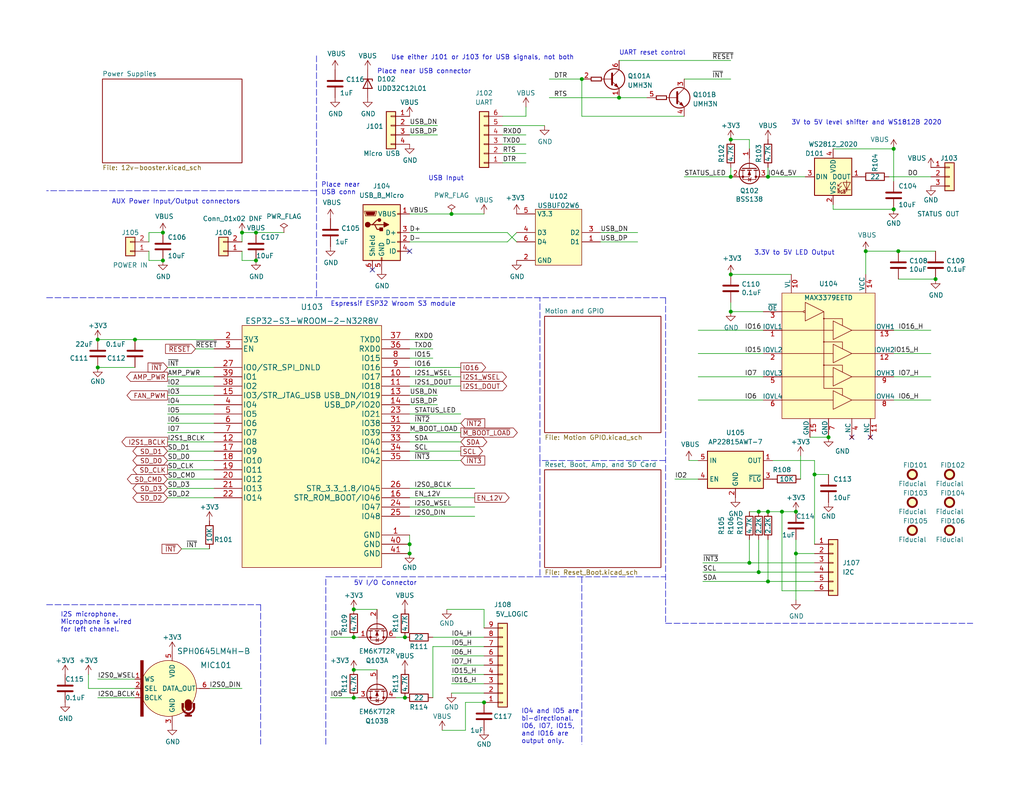
<source format=kicad_sch>
(kicad_sch (version 20211123) (generator eeschema)
  (paper "USLetter")
  (title_block (title "Wroom32 LED Controller") (date "2022-05-11") (rev "4.0.0") (company "Aaron Williams") (comment 1 "Copyright © 2020-2022 by Aaron Williams"))
  (junction (at 69.85 63.5))
  (junction (at 110.49 190.5))
  (junction (at 243.84 57.15))
  (junction (at 66.04 63.5))
  (junction (at 236.22 68.58))
  (junction (at 132.08 191.77))
  (junction (at 96.52 190.5))
  (junction (at 26.67 92.71))
  (junction (at 111.76 148.59))
  (junction (at 26.67 100.33))
  (junction (at 44.45 71.12))
  (junction (at 110.49 173.99))
  (junction (at 209.55 158.75))
  (junction (at 222.25 129.54))
  (junction (at 123.19 58.42))
  (junction (at 209.55 139.7))
  (junction (at 207.01 139.7))
  (junction (at 96.52 182.88))
  (junction (at 199.39 48.26))
  (junction (at 199.39 74.93))
  (junction (at 69.85 71.12))
  (junction (at 209.55 48.26))
  (junction (at 204.47 153.67))
  (junction (at 217.17 139.7))
  (junction (at 245.11 68.58))
  (junction (at 44.45 63.5))
  (junction (at 226.06 119.38))
  (junction (at 111.76 151.13))
  (junction (at 213.36 139.7))
  (junction (at 158.75 21.59))
  (junction (at 199.39 85.09))
  (junction (at 217.17 151.13))
  (junction (at 168.91 26.67))
  (junction (at 36.83 92.71))
  (junction (at 243.84 40.64))
  (junction (at 207.01 156.21))
  (junction (at 96.52 166.37))
  (junction (at 96.52 173.99))
  (junction (at 255.27 76.2))
  (junction (at 199.39 38.1))
  (no_connect (at 111.76 68.58))
  (no_connect (at 232.41 119.38))
  (no_connect (at 101.6 73.66))
  (no_connect (at 237.49 119.38))
  (wire (pts (xy 207.01 139.7) (xy 209.55 139.7)))
  (wire (pts (xy 149.86 21.59) (xy 158.75 21.59)))
  (wire (pts (xy 143.51 29.21) (xy 143.51 31.75)))
  (polyline (pts (xy 86.36 15.24) (xy 86.36 81.28)))
  (wire (pts (xy 222.25 148.59) (xy 222.25 129.54)))
  (wire (pts (xy 137.16 36.83) (xy 143.51 36.83)))
  (polyline (pts (xy 181.61 170.18) (xy 265.43 170.18)))
  (wire (pts (xy 158.75 31.75) (xy 186.69 31.75)))
  (wire (pts (xy 204.47 147.32) (xy 204.47 153.67)))
  (wire (pts (xy 242.57 48.26) (xy 254 48.26)))
  (wire (pts (xy 137.16 39.37) (xy 143.51 39.37)))
  (polyline (pts (xy 86.36 81.28) (xy 181.61 81.28)))
  (wire (pts (xy 204.47 153.67) (xy 222.25 153.67)))
  (wire (pts (xy 107.95 190.5) (xy 110.49 190.5)))
  (wire (pts (xy 69.85 71.12) (xy 66.04 71.12)))
  (wire (pts (xy 254 90.17) (xy 243.84 90.17)))
  (wire (pts (xy 111.76 123.19) (xy 125.73 123.19)))
  (wire (pts (xy 209.55 158.75) (xy 191.77 158.75)))
  (polyline (pts (xy 71.12 165.1) (xy 71.12 203.2)))
  (wire (pts (xy 45.72 135.89) (xy 58.42 135.89)))
  (wire (pts (xy 209.55 139.7) (xy 213.36 139.7)))
  (polyline (pts (xy 158.75 157.48) (xy 158.75 203.2)))
  (wire (pts (xy 44.45 63.5) (xy 40.64 63.5)))
  (wire (pts (xy 111.76 63.5) (xy 138.43 63.5)))
  (wire (pts (xy 49.53 149.86) (xy 57.15 149.86)))
  (wire (pts (xy 111.76 135.89) (xy 129.54 135.89)))
  (wire (pts (xy 168.91 26.67) (xy 176.53 26.67)))
  (wire (pts (xy 217.17 151.13) (xy 217.17 163.83)))
  (wire (pts (xy 111.76 36.83) (xy 119.38 36.83)))
  (wire (pts (xy 140.97 63.5) (xy 138.43 66.04)))
  (wire (pts (xy 190.5 109.22) (xy 208.28 109.22)))
  (wire (pts (xy 158.75 21.59) (xy 158.75 31.75)))
  (wire (pts (xy 227.33 40.64) (xy 243.84 40.64)))
  (wire (pts (xy 254 102.87) (xy 243.84 102.87)))
  (wire (pts (xy 209.55 48.26) (xy 209.55 45.72)))
  (wire (pts (xy 96.52 173.99) (xy 97.79 173.99)))
  (wire (pts (xy 127 191.77) (xy 127 199.39)))
  (wire (pts (xy 111.76 118.11) (xy 125.73 118.11)))
  (wire (pts (xy 24.13 187.96) (xy 24.13 184.15)))
  (wire (pts (xy 111.76 66.04) (xy 138.43 66.04)))
  (wire (pts (xy 26.67 185.42) (xy 36.83 185.42)))
  (wire (pts (xy 45.72 125.73) (xy 58.42 125.73)))
  (wire (pts (xy 137.16 44.45) (xy 143.51 44.45)))
  (wire (pts (xy 204.47 40.64) (xy 204.47 38.1)))
  (wire (pts (xy 254 109.22) (xy 243.84 109.22)))
  (wire (pts (xy 118.11 176.53) (xy 118.11 190.5)))
  (wire (pts (xy 45.72 120.65) (xy 58.42 120.65)))
  (wire (pts (xy 111.76 146.05) (xy 111.76 148.59)))
  (polyline (pts (xy 88.9 203.2) (xy 88.9 157.48)))
  (wire (pts (xy 222.25 125.73) (xy 222.25 129.54)))
  (wire (pts (xy 137.16 34.29) (xy 148.59 34.29)))
  (wire (pts (xy 45.72 110.49) (xy 58.42 110.49)))
  (wire (pts (xy 111.76 95.25) (xy 118.11 95.25)))
  (wire (pts (xy 217.17 147.32) (xy 217.17 151.13)))
  (wire (pts (xy 90.17 190.5) (xy 96.52 190.5)))
  (wire (pts (xy 118.11 176.53) (xy 132.08 176.53)))
  (wire (pts (xy 168.91 16.51) (xy 199.39 16.51)))
  (wire (pts (xy 45.72 113.03) (xy 58.42 113.03)))
  (wire (pts (xy 208.28 96.52) (xy 190.5 96.52)))
  (wire (pts (xy 243.84 40.64) (xy 243.84 49.53)))
  (wire (pts (xy 111.76 100.33) (xy 125.73 100.33)))
  (wire (pts (xy 111.76 34.29) (xy 119.38 34.29)))
  (wire (pts (xy 199.39 48.26) (xy 199.39 45.72)))
  (wire (pts (xy 132.08 58.42) (xy 123.19 58.42)))
  (polyline (pts (xy 12.7 165.1) (xy 71.12 165.1)))
  (polyline (pts (xy 181.61 125.73) (xy 147.32 125.73)))
  (polyline (pts (xy 86.36 52.07) (xy 12.7 52.07)))
  (wire (pts (xy 44.45 71.12) (xy 40.64 71.12)))
  (wire (pts (xy 118.11 173.99) (xy 132.08 173.99)))
  (wire (pts (xy 24.13 187.96) (xy 36.83 187.96)))
  (wire (pts (xy 66.04 66.04) (xy 66.04 63.5)))
  (wire (pts (xy 111.76 148.59) (xy 111.76 151.13)))
  (wire (pts (xy 111.76 125.73) (xy 125.73 125.73)))
  (wire (pts (xy 45.72 118.11) (xy 58.42 118.11)))
  (wire (pts (xy 66.04 68.58) (xy 66.04 71.12)))
  (wire (pts (xy 111.76 107.95) (xy 119.38 107.95)))
  (wire (pts (xy 123.19 189.23) (xy 132.08 189.23)))
  (wire (pts (xy 163.83 63.5) (xy 173.99 63.5)))
  (wire (pts (xy 143.51 31.75) (xy 137.16 31.75)))
  (wire (pts (xy 255.27 76.2) (xy 245.11 76.2)))
  (wire (pts (xy 96.52 166.37) (xy 102.87 166.37)))
  (wire (pts (xy 26.67 190.5) (xy 36.83 190.5)))
  (wire (pts (xy 207.01 147.32) (xy 207.01 156.21)))
  (wire (pts (xy 111.76 97.79) (xy 118.11 97.79)))
  (wire (pts (xy 111.76 138.43) (xy 129.54 138.43)))
  (wire (pts (xy 111.76 140.97) (xy 129.54 140.97)))
  (wire (pts (xy 236.22 68.58) (xy 245.11 68.58)))
  (wire (pts (xy 40.64 63.5) (xy 40.64 66.04)))
  (wire (pts (xy 132.08 166.37) (xy 121.92 166.37)))
  (wire (pts (xy 204.47 139.7) (xy 207.01 139.7)))
  (wire (pts (xy 209.55 147.32) (xy 209.55 158.75)))
  (wire (pts (xy 45.72 102.87) (xy 58.42 102.87)))
  (wire (pts (xy 220.98 119.38) (xy 226.06 119.38)))
  (wire (pts (xy 199.39 82.55) (xy 199.39 85.09)))
  (wire (pts (xy 213.36 161.29) (xy 213.36 139.7)))
  (wire (pts (xy 140.97 66.04) (xy 138.43 63.5)))
  (wire (pts (xy 45.72 100.33) (xy 58.42 100.33)))
  (wire (pts (xy 123.19 181.61) (xy 132.08 181.61)))
  (wire (pts (xy 163.83 66.04) (xy 173.99 66.04)))
  (wire (pts (xy 96.52 182.88) (xy 102.87 182.88)))
  (wire (pts (xy 45.72 105.41) (xy 58.42 105.41)))
  (wire (pts (xy 222.25 129.54) (xy 226.06 129.54)))
  (wire (pts (xy 123.19 58.42) (xy 111.76 58.42)))
  (wire (pts (xy 127 199.39) (xy 120.65 199.39)))
  (wire (pts (xy 111.76 113.03) (xy 125.73 113.03)))
  (wire (pts (xy 36.83 92.71) (xy 58.42 92.71)))
  (wire (pts (xy 207.01 156.21) (xy 222.25 156.21)))
  (wire (pts (xy 123.19 179.07) (xy 132.08 179.07)))
  (wire (pts (xy 210.82 125.73) (xy 222.25 125.73)))
  (wire (pts (xy 191.77 153.67) (xy 204.47 153.67)))
  (wire (pts (xy 186.69 48.26) (xy 199.39 48.26)))
  (wire (pts (xy 236.22 74.93) (xy 236.22 68.58)))
  (wire (pts (xy 45.72 107.95) (xy 58.42 107.95)))
  (wire (pts (xy 69.85 63.5) (xy 77.47 63.5)))
  (polyline (pts (xy 147.32 125.73) (xy 147.32 81.28)))
  (wire (pts (xy 45.72 128.27) (xy 58.42 128.27)))
  (wire (pts (xy 90.17 173.99) (xy 96.52 173.99)))
  (wire (pts (xy 45.72 123.19) (xy 58.42 123.19)))
  (wire (pts (xy 111.76 105.41) (xy 125.73 105.41)))
  (wire (pts (xy 209.55 158.75) (xy 222.25 158.75)))
  (wire (pts (xy 111.76 115.57) (xy 125.73 115.57)))
  (wire (pts (xy 66.04 63.5) (xy 69.85 63.5)))
  (wire (pts (xy 111.76 133.35) (xy 129.54 133.35)))
  (wire (pts (xy 96.52 190.5) (xy 97.79 190.5)))
  (wire (pts (xy 217.17 151.13) (xy 222.25 151.13)))
  (wire (pts (xy 45.72 115.57) (xy 58.42 115.57)))
  (wire (pts (xy 132.08 171.45) (xy 132.08 166.37)))
  (wire (pts (xy 245.11 68.58) (xy 255.27 68.58)))
  (wire (pts (xy 213.36 139.7) (xy 217.17 139.7)))
  (wire (pts (xy 137.16 41.91) (xy 143.51 41.91)))
  (polyline (pts (xy 88.9 157.48) (xy 181.61 157.48)))
  (wire (pts (xy 26.67 92.71) (xy 36.83 92.71)))
  (wire (pts (xy 111.76 92.71) (xy 118.11 92.71)))
  (wire (pts (xy 218.44 124.46) (xy 218.44 130.81)))
  (wire (pts (xy 40.64 71.12) (xy 40.64 68.58)))
  (wire (pts (xy 111.76 110.49) (xy 119.38 110.49)))
  (wire (pts (xy 123.19 186.69) (xy 132.08 186.69)))
  (wire (pts (xy 227.33 57.15) (xy 227.33 55.88)))
  (wire (pts (xy 123.19 184.15) (xy 132.08 184.15)))
  (wire (pts (xy 127 191.77) (xy 132.08 191.77)))
  (polyline (pts (xy 181.61 81.28) (xy 181.61 170.18)))
  (wire (pts (xy 45.72 133.35) (xy 58.42 133.35)))
  (wire (pts (xy 107.95 173.99) (xy 110.49 173.99)))
  (wire (pts (xy 199.39 74.93) (xy 215.9 74.93)))
  (wire (pts (xy 227.33 57.15) (xy 243.84 57.15)))
  (polyline (pts (xy 147.32 125.73) (xy 147.32 157.48)))
  (wire (pts (xy 149.86 26.67) (xy 168.91 26.67)))
  (polyline (pts (xy 12.7 81.28) (xy 86.36 81.28)))
  (wire (pts (xy 111.76 120.65) (xy 125.73 120.65)))
  (wire (pts (xy 111.76 102.87) (xy 125.73 102.87)))
  (wire (pts (xy 57.15 187.96) (xy 66.04 187.96)))
  (wire (pts (xy 191.77 156.21) (xy 207.01 156.21)))
  (wire (pts (xy 204.47 38.1) (xy 199.39 38.1)))
  (wire (pts (xy 45.72 130.81) (xy 58.42 130.81)))
  (wire (pts (xy 187.96 125.73) (xy 190.5 125.73)))
  (wire (pts (xy 209.55 48.26) (xy 219.71 48.26)))
  (wire (pts (xy 254 96.52) (xy 243.84 96.52)))
  (wire (pts (xy 36.83 100.33) (xy 26.67 100.33)))
  (wire (pts (xy 186.69 21.59) (xy 199.39 21.59)))
  (wire (pts (xy 208.28 90.17) (xy 190.5 90.17)))
  (wire (pts (xy 208.28 102.87) (xy 190.5 102.87)))
  (wire (pts (xy 199.39 85.09) (xy 208.28 85.09)))
  (wire (pts (xy 213.36 161.29) (xy 222.25 161.29)))
  (wire (pts (xy 53.34 95.25) (xy 58.42 95.25)))
  (wire (pts (xy 184.15 130.81) (xy 190.5 130.81)))
  (text "Espressif ESP32 Wroom S3 module" (at 90.17 83.82 0) (effects (font (size 1.27 1.27)) (justify left bottom)))
  (text "3V to 5V level shifter and WS1812B 2020" (at 215.9 34.29 0) (effects (font (size 1.27 1.27)) (justify left bottom)))
  (text "I2S microphone.\nMicrophone is wired \nfor left channel." (at 16.51 172.72 0) (effects (font (size 1.27 1.27)) (justify left bottom)))
  (text "IO4 and IO5 are\nbi-directional.\nIO6, IO7, IO15, \nand IO16 are\noutput only." (at 142.24 203.2 0) (effects (font (size 1.27 1.27)) (justify left bottom)))
  (text "Place near\nUSB conn" (at 87.63 53.34 0) (effects (font (size 1.27 1.27)) (justify left bottom)))
  (text "3.3V to 5V LED Output" (at 205.74 69.85 0) (effects (font (size 1.27 1.27)) (justify left bottom)))
  (text "Use either J101 or J103 for USB signals, not both" (at 106.68 16.51 0) (effects (font (size 1.27 1.27)) (justify left bottom)))
  (text "5V I/O Connector" (at 96.52 160.02 0) (effects (font (size 1.27 1.27)) (justify left bottom)))
  (text "AUX Power Input/Output connectors" (at 30.48 55.88 0) (effects (font (size 1.27 1.27)) (justify left bottom)))
  (text "Place near USB connector" (at 102.87 20.32 0) (effects (font (size 1.27 1.27)) (justify left bottom)))
  (text "UART reset control" (at 168.91 15.24 0) (effects (font (size 1.27 1.27)) (justify left bottom)))
  (text "USB Input" (at 116.84 49.53 0) (effects (font (size 1.27 1.27)) (justify left bottom)))
  (label "RTS" (at 137.16 41.91 0))
  (label "SDA" (at 113.03 120.65 0))
  (label "RXD0" (at 113.03 92.71 0))
  (label "I2S1_WSEL" (at 113.03 102.87 0))
  (label "RTS" (at 151.13 26.67 0))
  (label "IO4_H" (at 123.19 173.99 0))
  (label "USB_DN" (at 111.76 34.29 0))
  (label "IO16" (at 203.2 90.17 0))
  (label "EN_12V" (at 113.03 135.89 0))
  (label "IO4" (at 45.72 110.49 0))
  (label "~{INT}" (at 194.31 21.59 0))
  (label "USB_DP" (at 111.76 36.83 0))
  (label "I2S0_WSEL" (at 26.67 185.42 0))
  (label "IO6_H" (at 245.11 109.22 0))
  (label "IO4" (at 90.17 173.99 0))
  (label "USB_DN" (at 163.83 63.5 0))
  (label "IO7" (at 203.2 102.87 0))
  (label "IO16_H" (at 245.11 90.17 0))
  (label "IO15" (at 113.03 97.79 0))
  (label "USB_DP" (at 119.38 110.49 180))
  (label "IO5" (at 90.17 190.5 0))
  (label "~{RESET}" (at 53.34 95.25 0))
  (label "DTR" (at 151.13 21.59 0))
  (label "IO2" (at 45.72 105.41 0))
  (label "IO6_H" (at 123.19 179.07 0))
  (label "DTR" (at 137.16 44.45 0))
  (label "SCL" (at 191.77 156.21 0))
  (label "~{INT3}" (at 191.77 153.67 0))
  (label "TXD0" (at 113.03 95.25 0))
  (label "D-" (at 111.76 66.04 0))
  (label "SD_D3" (at 45.72 133.35 0))
  (label "DO" (at 247.65 48.26 0))
  (label "~{INT3}" (at 113.03 125.73 0))
  (label "~{INT}" (at 50.8 149.86 0))
  (label "I2S0_DIN" (at 57.15 187.96 0))
  (label "IO5_H" (at 123.19 176.53 0))
  (label "USB_DP" (at 163.83 66.04 0))
  (label "IO7_H" (at 123.19 181.61 0))
  (label "IO3" (at 45.72 107.95 0))
  (label "~{RESET}" (at 194.31 16.51 0))
  (label "I2S1_DOUT" (at 113.03 105.41 0))
  (label "AMP_PWR" (at 45.72 102.87 0))
  (label "~{INT}" (at 45.72 100.33 0))
  (label "I2S0_BCLK" (at 26.67 190.5 0))
  (label "STATUS_LED" (at 186.69 48.26 0))
  (label "D+" (at 111.76 63.5 0))
  (label "IO6" (at 45.72 115.57 0))
  (label "M_BOOT_LOAD" (at 111.76 118.11 0))
  (label "SD_CMD" (at 45.72 130.81 0))
  (label "IO15" (at 203.2 96.52 0))
  (label "~{INT2}" (at 113.03 115.57 0))
  (label "IO6" (at 203.2 109.22 0))
  (label "IO16" (at 113.03 100.33 0))
  (label "IO46_5V" (at 209.55 48.26 0))
  (label "I2S0_WSEL" (at 113.03 138.43 0))
  (label "USB_DN" (at 119.38 107.95 180))
  (label "IO2" (at 184.15 130.81 0))
  (label "SD_CLK" (at 45.72 128.27 0))
  (label "SD_D0" (at 45.72 125.73 0))
  (label "SD_D2" (at 45.72 135.89 0))
  (label "IO15_H" (at 243.84 96.52 0))
  (label "IO7_H" (at 245.11 102.87 0))
  (label "IO16_H" (at 123.19 186.69 0))
  (label "SDA" (at 191.77 158.75 0))
  (label "VBUS" (at 111.76 58.42 0))
  (label "IO7" (at 45.72 118.11 0))
  (label "STATUS_LED" (at 113.03 113.03 0))
  (label "I2S1_BCLK" (at 45.72 120.65 0))
  (label "IO5" (at 45.72 113.03 0))
  (label "I2S0_DIN" (at 113.03 140.97 0))
  (label "I2S0_BCLK" (at 113.03 133.35 0))
  (label "IO15_H" (at 123.19 184.15 0))
  (label "TXD0" (at 137.16 39.37 0))
  (label "SD_D1" (at 45.72 123.19 0))
  (label "RXD0" (at 137.16 36.83 0))
  (label "SCL" (at 113.03 123.19 0))
  (global_label "AMP_PWR" (shape output) (at 45.72 102.87 180) (property "Intersheet References" "${INTERSHEET_REFS}" (effects hide)))
  (global_label "SD_D0" (shape bidirectional) (at 45.72 125.73 180) (property "Intersheet References" "${INTERSHEET_REFS}" (effects hide)))
  (global_label "I2S1_WSEL" (shape output) (at 125.73 102.87 0) (property "Intersheet References" "${INTERSHEET_REFS}" (effects hide)))
  (global_label "~{M_BOOT_LOAD}" (shape output) (at 125.73 118.11 0) (property "Intersheet References" "${INTERSHEET_REFS}" (effects hide)))
  (global_label "~{INT2}" (shape input) (at 125.73 115.57 0) (property "Intersheet References" "${INTERSHEET_REFS}" (effects hide)))
  (global_label "EN_12V" (shape output) (at 129.54 135.89 0) (property "Intersheet References" "${INTERSHEET_REFS}" (effects hide)))
  (global_label "~{INT}" (shape input) (at 45.72 100.33 180) (property "Intersheet References" "${INTERSHEET_REFS}" (effects hide)))
  (global_label "FAN_PWM" (shape output) (at 45.72 107.95 180) (property "Intersheet References" "${INTERSHEET_REFS}" (effects hide)))
  (global_label "SD_D1" (shape bidirectional) (at 45.72 123.19 180) (property "Intersheet References" "${INTERSHEET_REFS}" (effects hide)))
  (global_label "SCL" (shape output) (at 125.73 123.19 0) (property "Intersheet References" "${INTERSHEET_REFS}" (effects hide)))
  (global_label "~{INT}" (shape input) (at 49.53 149.86 180) (property "Intersheet References" "${INTERSHEET_REFS}" (effects hide)))
  (global_label "~{INT3}" (shape input) (at 125.73 125.73 0) (property "Intersheet References" "${INTERSHEET_REFS}" (effects hide)))
  (global_label "I2S1_DOUT" (shape output) (at 125.73 105.41 0) (property "Intersheet References" "${INTERSHEET_REFS}" (effects hide)))
  (global_label "~{RESET}" (shape input) (at 53.34 95.25 180) (property "Intersheet References" "${INTERSHEET_REFS}" (effects hide)))
  (global_label "I2S1_BCLK" (shape output) (at 45.72 120.65 180) (property "Intersheet References" "${INTERSHEET_REFS}" (effects hide)))
  (global_label "SD_CMD" (shape bidirectional) (at 45.72 130.81 180) (property "Intersheet References" "${INTERSHEET_REFS}" (effects hide)))
  (global_label "SDA" (shape bidirectional) (at 125.73 120.65 0) (property "Intersheet References" "${INTERSHEET_REFS}" (effects hide)))
  (global_label "SD_CLK" (shape output) (at 45.72 128.27 180) (property "Intersheet References" "${INTERSHEET_REFS}" (effects hide)))
  (global_label "SD_D2" (shape bidirectional) (at 45.72 135.89 180) (property "Intersheet References" "${INTERSHEET_REFS}" (effects hide)))
  (global_label "IO16" (shape output) (at 125.73 100.33 0) (property "Intersheet References" "${INTERSHEET_REFS}" (effects hide)))
  (global_label "SD_D3" (shape bidirectional) (at 45.72 133.35 180) (property "Intersheet References" "${INTERSHEET_REFS}" (effects hide)))
  (symbol (lib_id "Connector_Generic:Conn_01x04") (at 106.68 34.29 0) (mirror y) (unit 1)
    (property "Reference" "J101" (at 104.648 34.4932 0) (effects (justify left)))
    (property "Value" "Micro USB" (at 109.22 41.91 0) (effects (justify left)))
    (property "Footprint" "Connector_Molex:Molex_PicoBlade_53047-0410_1x04_P1.25mm_Vertical" (effects hide))
    (property "SPR" "Digikey" (effects hide))
  )
  (symbol (lib_id "power:GND") (at 111.76 39.37 0) (unit 1)
    (property "Reference" "#PWR0108" (effects hide))
    (property "Value" "GND" (at 111.887 43.7642 0))
  )
  (symbol (lib_id "Device:C") (at 44.45 67.31 0) (unit 1)
    (property "Reference" "C106" (at 45.72 64.77 0) (effects (justify left)))
    (property "Value" "10uF" (at 45.72 69.85 0) (effects (justify left)))
    (property "Footprint" "Capacitor_SMD:C_0603_1608Metric" (effects hide))
  )
  (symbol (lib_id "power:VBUS") (at 90.17 59.69 0) (unit 1)
    (property "Reference" "#PWR0117" (effects hide))
    (property "Value" "VBUS" (at 90.551 55.2958 0))
  )
  (symbol (lib_id "power:GND") (at 90.17 67.31 0) (unit 1)
    (property "Reference" "#PWR0120" (effects hide))
    (property "Value" "GND" (at 90.297 71.7042 0))
  )
  (symbol (lib_id "power:GND") (at 123.19 189.23 0) (unit 1)
    (property "Reference" "#PWR0146" (effects hide))
    (property "Value" "GND" (at 123.19 193.04 0))
  )
  (symbol (lib_id "power:+3.3V") (at 217.17 139.7 0) (unit 1)
    (property "Reference" "#PWR0134" (effects hide))
    (property "Value" "+3.3V" (at 217.17 135.89 0))
  )
  (symbol (lib_id "Device:C") (at 217.17 143.51 0) (unit 1)
    (property "Reference" "C114" (at 217.17 140.97 0) (effects (justify left)))
    (property "Value" "1uF" (at 213.36 146.05 0) (effects (justify left)))
    (property "Footprint" "Capacitor_SMD:C_0402_1005Metric" (effects hide))
    (property "SPR" "Digikey" (effects hide))
    (property "SPURL" "https://www.digikey.com/products/en?keywords=1276-1946-1-ND" (effects hide))
    (property "DESC" "CAP CER 1UF 10V X7R 0603" (effects hide))
  )
  (symbol (lib_id "power:GND") (at 217.17 163.83 0) (unit 1)
    (property "Reference" "#PWR0137" (effects hide))
    (property "Value" "GND" (at 217.297 168.2242 0))
  )
  (symbol (lib_id "power:GND") (at 140.97 71.12 0) (unit 1)
    (property "Reference" "#PWR0124" (effects hide))
    (property "Value" "GND" (at 141.097 75.5142 0))
  )
  (symbol (lib_id "power:VBUS") (at 111.76 31.75 0) (unit 1)
    (property "Reference" "#PWR0103" (effects hide))
    (property "Value" "VBUS" (at 111.76 27.94 0))
  )
  (symbol (lib_id "Device:C") (at 36.83 96.52 0) (mirror y) (unit 1)
    (property "Reference" "C112" (at 34.29 97.79 0) (effects (justify left)))
    (property "Value" "0.1uF" (at 34.29 93.98 0) (effects (justify left)))
    (property "Footprint" "Capacitor_SMD:C_0402_1005Metric" (effects hide))
    (property "SPR" "Digikey" (effects hide))
  )
  (symbol (lib_id "power:+3.3V") (at 46.99 177.8 0) (unit 1)
    (property "Reference" "#PWR0141" (effects hide))
    (property "Value" "+3.3V" (at 46.99 173.99 0))
  )
  (symbol (lib_id "power:GND") (at 46.99 198.12 0) (unit 1)
    (property "Reference" "#PWR0148" (effects hide))
    (property "Value" "GND" (at 47.117 202.5142 0))
  )
  (symbol (lib_id "Device:C") (at 26.67 96.52 0) (mirror y) (unit 1)
    (property "Reference" "C111" (at 24.13 97.79 0) (effects (justify left)))
    (property "Value" "22uF" (at 25.4 93.98 0) (effects (justify left)))
    (property "Footprint" "Capacitor_SMD:C_0603_1608Metric" (effects hide))
    (property "SPR" "Digikey" (effects hide))
  )
  (symbol (lib_id "power:GND") (at 26.67 100.33 0) (mirror y) (unit 1)
    (property "Reference" "#PWR0130" (effects hide))
    (property "Value" "GND" (at 26.67 104.14 0))
  )
  (symbol (lib_id "power:+3.3V") (at 26.67 92.71 0) (mirror y) (unit 1)
    (property "Reference" "#PWR0129" (effects hide))
    (property "Value" "+3.3V" (at 26.67 88.9 0))
  )
  (symbol (lib_id "Device:C") (at 17.78 187.96 0) (unit 1)
    (property "Reference" "C115" (at 17.78 185.42 0) (effects (justify left)))
    (property "Value" "0.1uF" (at 17.78 190.5 0) (effects (justify left)))
    (property "Footprint" "Capacitor_SMD:C_0402_1005Metric" (effects hide))
    (property "SPR" "Digikey" (effects hide))
  )
  (symbol (lib_id "power:+3.3V") (at 17.78 184.15 0) (unit 1)
    (property "Reference" "#PWR0144" (effects hide))
    (property "Value" "+3.3V" (at 17.78 180.34 0))
  )
  (symbol (lib_id "power:GND") (at 17.78 191.77 0) (unit 1)
    (property "Reference" "#PWR0147" (effects hide))
    (property "Value" "GND" (at 17.907 196.1642 0))
  )
  (symbol (lib_id "Connector_Generic:Conn_01x02") (at 60.96 68.58 180) (unit 1) (in_bom no) (on_board no)
    (property "Reference" "J106" (at 60.96 63.5 0))
    (property "Value" "Conn_01x02 DNF" (at 63.5 59.69 0))
    (property "Footprint" "Connector_PinHeader_2.54mm:PinHeader_1x02_P2.54mm_Vertical" (effects hide))
    (property "MFR" "-" (effects hide))
    (property "MPN" "-" (effects hide))
    (property "SPR" "-" (effects hide))
    (property "SPN" "-" (effects hide))
    (property "SPURL" "-" (effects hide))
    (property "DESC" "-" (effects hide))
  )
  (symbol (lib_id "power:VBUS") (at 66.04 63.5 0) (unit 1)
    (property "Reference" "#PWR0119" (effects hide))
    (property "Value" "VBUS" (at 69.85 62.23 0))
  )
  (symbol (lib_id "power:GND") (at 69.85 71.12 0) (unit 1)
    (property "Reference" "#PWR0123" (effects hide))
    (property "Value" "GND" (at 69.977 75.5142 0))
  )
  (symbol (lib_id "Device:C") (at 69.85 67.31 0) (unit 1) (in_bom no) (on_board no)
    (property "Reference" "C107" (at 71.12 64.77 0) (effects (justify left)))
    (property "Value" "10uF" (at 69.85 69.85 0) (effects (justify left)))
    (property "Footprint" "Capacitor_SMD:C_0603_1608Metric" (effects hide))
  )
  (symbol (lib_id "Connector_Generic:Conn_01x02") (at 35.56 68.58 180) (unit 1)
    (property "Reference" "J105" (at 35.56 63.5 0))
    (property "Value" "POWER IN" (at 35.56 72.39 0))
    (property "Footprint" "Connector_Molex:Molex_PicoBlade_53047-0210_1x02_P1.25mm_Vertical" (effects hide))
    (property "MFR" "Molex" (effects hide))
    (property "MPN" "0530470210" (effects hide))
    (property "SPR" "Digikey" (effects hide))
    (property "SPN" "WM1731-ND" (effects hide))
    (property "SPURL" "https://www.digikey.com/en/products/detail/molex/0530470210/242853" (effects hide))
    (property "DESC" "Connector Header Through Hole 2 position 0.049\" (1.25mm)" (effects hide))
  )
  (symbol (lib_id "power:VBUS") (at 44.45 63.5 0) (unit 1)
    (property "Reference" "#PWR0118" (effects hide))
    (property "Value" "VBUS" (at 44.831 59.1058 0))
  )
  (symbol (lib_id "power:GND") (at 44.45 71.12 0) (unit 1)
    (property "Reference" "#PWR0122" (effects hide))
    (property "Value" "GND" (at 44.577 75.5142 0))
  )
  (symbol (lib_id "dk_Microphones:SPH0645LM4H-B") (at 46.99 187.96 0) (unit 1)
    (property "Reference" "MIC101" (at 54.61 181.61 0) (effects (font (size 1.524 1.524)) (justify left)))
    (property "Value" "SPH0645LM4H-B" (at 48.26 177.8 0) (effects (font (size 1.524 1.524)) (justify left)))
    (property "Footprint" "Sensor_Audio:Knowles_LGA-6_3.5x2.65mm" (effects hide))
    (property "Datasheet" "https://media.digikey.com/pdf/Data%20Sheets/Knowles%20Acoustics%20PDFs/SPH0645LM4H-B.pdf" (effects hide))
    (property "Digi-Key_PN" "423-1405-1-ND" (effects hide))
    (property "MPN" "SPH0645LM4H-B" (effects hide))
    (property "Category" "Audio Products" (effects hide))
    (property "Family" "Microphones" (effects hide))
    (property "DK_Datasheet_Link" "https://media.digikey.com/pdf/Data%20Sheets/Knowles%20Acoustics%20PDFs/SPH0645LM4H-B.pdf" (effects hide))
    (property "DK_Detail_Page" "/product-detail/en/knowles/SPH0645LM4H-B/423-1405-1-ND/5332432" (effects hide))
    (property "Description" "CRAWFORD MIC DGT I2S BOTTOM PORT" (effects hide))
    (property "Manufacturer" "Knowles" (effects hide))
    (property "Status" "Active" (effects hide))
    (property "MFR" "Knowles" (effects hide))
    (property "SPR" "Digikey" (effects hide))
    (property "SPN" "423-1405-1-ND" (effects hide))
    (property "SPURL" "https://www.digikey.com/products/en/audio-products/microphones/158?k=SPH0645LM4H-B&k=&pkeyword=SPH0645LM4H-B&sv=0&pv7=2&sf=0&quantity=&ColumnSort=0&page=1&pageSize=500" (effects hide))
    (property "DESC" "CRAWFORD MIC DGT I2S BOTTOM PORT" (effects hide))
  )
  (symbol (lib_id "power:PWR_FLAG") (at 77.47 63.5 0) (unit 1)
    (property "Reference" "#FLG0101" (effects hide))
    (property "Value" "PWR_FLAG" (at 77.47 59.1058 0))
  )
  (symbol (lib_id "power:+3.3V") (at 24.13 184.15 0) (unit 1)
    (property "Reference" "#PWR0145" (effects hide))
    (property "Value" "+3.3V" (at 24.13 180.34 0))
  )
  (symbol (lib_id "Device:R") (at 209.55 143.51 180) (unit 1)
    (property "Reference" "R107" (at 201.93 143.51 90))
    (property "Value" "2.2K" (at 209.55 143.51 90))
    (property "Footprint" "Resistor_SMD:R_0402_1005Metric" (effects hide))
    (property "SPR" "Digikey" (effects hide))
    (property "SPN" "CR0603-FX-4701ELFCT-ND" (effects hide))
    (property "SPURL" "https://www.digikey.com/product-detail/en/bourns-inc/CR0603-FX-4701ELF/CR0603-FX-4701ELFCT-ND/3740884" (effects hide))
  )
  (symbol (lib_id "Device:R") (at 207.01 143.51 180) (unit 1)
    (property "Reference" "R106" (at 199.39 143.51 90))
    (property "Value" "2.2K" (at 207.01 143.51 90))
    (property "Footprint" "Resistor_SMD:R_0402_1005Metric" (effects hide))
    (property "SPR" "Digikey" (effects hide))
    (property "SPN" "CR0603-FX-4701ELFCT-ND" (effects hide))
    (property "SPURL" "https://www.digikey.com/product-detail/en/bourns-inc/CR0603-FX-4701ELF/CR0603-FX-4701ELFCT-ND/3740884" (effects hide))
  )
  (symbol (lib_id "Device:R") (at 204.47 143.51 180) (unit 1)
    (property "Reference" "R105" (at 196.85 143.51 90))
    (property "Value" "4.7K" (at 204.47 143.51 90))
    (property "Footprint" "Resistor_SMD:R_0402_1005Metric" (effects hide))
    (property "SPR" "Digikey" (effects hide))
    (property "SPN" "CR0603-FX-4701ELFCT-ND" (effects hide))
    (property "SPURL" "https://www.digikey.com/product-detail/en/bourns-inc/CR0603-FX-4701ELF/CR0603-FX-4701ELFCT-ND/3740884" (effects hide))
  )
  (symbol (lib_id "power:VBUS") (at 110.49 166.37 0) (unit 1)
    (property "Reference" "#PWR0139" (effects hide))
    (property "Value" "VBUS" (at 110.49 162.56 0))
  )
  (symbol (lib_id "Mechanical:Fiducial") (at 248.92 137.16 0) (unit 1)
    (property "Reference" "FID103" (at 246.38 134.62 0) (effects (justify left)))
    (property "Value" "Fiducial" (at 245.11 139.7 0) (effects (justify left)))
    (property "Footprint" "Fiducial:Fiducial_0.5mm_Mask1mm" (effects hide))
  )
  (symbol (lib_id "Device:R") (at 110.49 186.69 180) (unit 1)
    (property "Reference" "R113" (at 107.95 186.69 90))
    (property "Value" "4.7K" (at 110.49 186.69 90))
    (property "Footprint" "Resistor_SMD:R_0402_1005Metric" (effects hide))
    (property "SPR" "Digikey" (effects hide))
    (property "SPN" "CR0603-FX-4701ELFCT-ND" (effects hide))
    (property "SPURL" "https://www.digikey.com/product-detail/en/bourns-inc/CR0603-FX-4701ELF/CR0603-FX-4701ELFCT-ND/3740884" (effects hide))
  )
  (symbol (lib_id "Mechanical:Fiducial") (at 259.08 129.54 0) (unit 1)
    (property "Reference" "FID102" (at 256.54 127 0) (effects (justify left)))
    (property "Value" "Fiducial" (at 255.27 132.08 0) (effects (justify left)))
    (property "Footprint" "Fiducial:Fiducial_0.5mm_Mask1mm" (effects hide))
  )
  (symbol (lib_id "Transistor_FET:EM6K7T2R") (at 102.87 171.45 270) (unit 1)
    (property "Reference" "Q103" (at 102.87 180.34 90))
    (property "Value" "EM6K7T2R" (at 102.87 177.8 90))
    (property "Footprint" "Package_TO_SOT_SMD:SOT-563" (effects hide))
    (property "Datasheet" "https://fscdn.rohm.com/en/products/databook/datasheet/discrete/transistor/mosfet/em6k7-e.pdf" (effects hide))
  )
  (symbol (lib_id "Aaron:MAX3379EETD") (at 226.06 96.52 0) (unit 1)
    (property "Reference" "U104" (at 226.06 77.47 0))
    (property "Value" "MAX3379EETD" (at 226.06 81.28 0))
    (property "Footprint" "Aaron:TDFN-14_3x3mm_P0.4mm_EP1.78x2.35mm" (effects hide))
    (property "Datasheet" "https://datasheets.maximintegrated.com/en/ds/MAX3372E-MAX3393E.pdf" (effects hide))
    (property "MFR" "Maxim Integrated" (effects hide))
    (property "MPN" "MAX3379EETD+" (effects hide))
    (property "SPR" "Mouser" (effects hide))
    (property "SPN" "700-MAX3379EETD+" (effects hide))
    (property "SPURL" "https://www.mouser.com/ProductDetail/Maxim-Integrated/MAX3379EETD%2b?qs=sGAEpiMZZMsty6Jaj0%252BBBlRGPtHFtfyPDGIN%252BTQVZtM%3D" (effects hide))
    (property "DESC" "Translation - Voltage Levels 15kV ESD-Protected, 1 A, 16Mbps, Dual/Quad Low-Voltage Level Translators in UCSP" (effects hide))
  )
  (symbol (lib_id "Mechanical:Fiducial") (at 259.08 137.16 0) (unit 1)
    (property "Reference" "FID104" (at 256.54 134.62 0) (effects (justify left)))
    (property "Value" "Fiducial" (at 255.27 139.7 0) (effects (justify left)))
    (property "Footprint" "Fiducial:Fiducial_0.5mm_Mask1mm" (effects hide))
  )
  (symbol (lib_id "Device:C") (at 132.08 195.58 0) (unit 1)
    (property "Reference" "C117" (at 134.62 195.58 0) (effects (justify left)))
    (property "Value" "1uF" (at 128.27 199.39 0) (effects (justify left)))
    (property "Footprint" "Capacitor_SMD:C_0402_1005Metric" (effects hide))
    (property "SPR" "Digikey" (effects hide))
  )
  (symbol (lib_id "Interface_USB:USBUF02W6") (at 152.4 64.77 0) (unit 1)
    (property "Reference" "U102" (at 152.4 53.5772 0))
    (property "Value" "USBUF02W6" (at 152.4 56.1141 0))
    (property "Footprint" "Package_TO_SOT_SMD:SOT-323-6L" (effects hide))
    (property "Datasheet" "https://www.onsemi.com/pdf/datasheet/nuf2221w1t2-d.pdf" (effects hide))
  )
  (symbol (lib_id "power:GND") (at 199.39 85.09 0) (unit 1)
    (property "Reference" "#PWR0128" (effects hide))
    (property "Value" "GND" (at 199.517 89.4842 0))
  )
  (symbol (lib_id "Power_Management:AP22815AWT-7") (at 200.66 128.27 0) (unit 1)
    (property "Reference" "U105" (at 200.66 118.11 0))
    (property "Value" "AP22815AWT-7" (at 200.66 120.65 0))
    (property "Footprint" "Package_TO_SOT_SMD:SOT-23-5" (effects hide))
    (property "Datasheet" "https://www.diodes.com/assets/Datasheets/AP22815-615.pdf" (effects hide))
  )
  (symbol (lib_id "power:VBUS") (at 243.84 40.64 0) (unit 1)
    (property "Reference" "#PWR0109" (effects hide))
    (property "Value" "VBUS" (at 240.03 38.1 0))
  )
  (symbol (lib_id "Device:D_Zener") (at 100.33 22.86 270) (unit 1)
    (property "Reference" "D102" (at 102.87 21.5899 90) (effects (justify left)))
    (property "Value" "UDD32C12L01" (at 102.87 24.1299 90) (effects (justify left)))
    (property "Footprint" "Diode_SMD:D_SOD-323" (effects hide))
  )
  (symbol (lib_id "power:+3.3V") (at 96.52 166.37 0) (unit 1)
    (property "Reference" "#PWR0138" (effects hide))
    (property "Value" "+3.3V" (at 96.52 162.56 0))
  )
  (symbol (lib_id "Connector_Generic:Conn_01x06") (at 227.33 153.67 0) (unit 1)
    (property "Reference" "J107" (at 229.87 153.6699 0) (effects (justify left)))
    (property "Value" "I2C" (at 229.87 156.2099 0) (effects (justify left)))
    (property "Footprint" "Connector_Molex:Molex_PicoBlade_53047-0610_1x06_P1.25mm_Vertical" (effects hide))
  )
  (symbol (lib_id "power:GND") (at 104.14 73.66 0) (unit 1)
    (property "Reference" "#PWR0125" (effects hide))
    (property "Value" "GND" (at 104.267 78.0542 0))
  )
  (symbol (lib_id "Device:R") (at 57.15 146.05 180) (unit 1)
    (property "Reference" "R101" (at 60.96 147.32 0))
    (property "Value" "10K" (at 57.15 146.05 90))
    (property "Footprint" "Resistor_SMD:R_0402_1005Metric" (effects hide))
    (property "Tolerance" "5%" (effects hide))
    (property "SPR" "Digikey" (effects hide))
    (property "SPN" "541-2979-1-ND" (effects hide))
    (property "SPURL" "https://www.digikey.com/products/en?keywords=541-2979-1-ND" (effects hide))
  )
  (symbol (lib_id "power:GND") (at 111.76 151.13 0) (mirror y) (unit 1)
    (property "Reference" "#PWR0136" (effects hide))
    (property "Value" "GND" (at 111.76 154.94 0))
  )
  (symbol (lib_id "marbastlib-various:WS2812_2020") (at 227.33 48.26 0) (unit 1)
    (property "Reference" "D101" (at 222.25 41.91 0))
    (property "Value" "WS2812_2020" (at 227.33 39.37 0))
    (property "Footprint" "marbastlib-various:LED_WS2812_2020" (effects hide))
    (property "Datasheet" "https://www.world-semi.com/DownLoadFile/139" (effects hide))
  )
  (symbol (lib_id "power:VBUS") (at 236.22 68.58 0) (unit 1)
    (property "Reference" "#PWR0121" (effects hide))
    (property "Value" "VBUS" (at 236.601 64.1858 0))
  )
  (symbol (lib_id "power:VBUS") (at 143.51 29.21 0) (unit 1)
    (property "Reference" "#PWR0102" (effects hide))
    (property "Value" "VBUS" (at 143.51 25.4 0))
  )
  (symbol (lib_id "power:GND") (at 243.84 57.15 0) (unit 1)
    (property "Reference" "#PWR0114" (effects hide))
    (property "Value" "GND" (at 243.84 60.96 0))
  )
  (symbol (lib_id "power:GND") (at 200.66 135.89 0) (unit 1)
    (property "Reference" "#PWR0155" (effects hide))
    (property "Value" "GND" (at 200.787 140.2842 0))
  )
  (symbol (lib_id "Transistor_BJT:UMH3N") (at 163.83 21.59 0) (unit 1)
    (property "Reference" "Q101" (at 171.2214 20.7553 0) (effects (justify left)))
    (property "Value" "UMH3N" (at 171.2214 23.2922 0) (effects (justify left)))
    (property "Footprint" "Package_TO_SOT_SMD:SOT-363_SC-70-6" (effects hide))
    (property "Datasheet" "http://rohmfs.rohm.com/en/products/databook/datasheet/discrete/transistor/digital/emh3t2r-e.pdf" (effects hide))
  )
  (symbol (lib_id "power:+3.3V") (at 57.15 142.24 0) (unit 1)
    (property "Reference" "#PWR0154" (effects hide))
    (property "Value" "+3.3V" (at 57.15 138.43 0))
  )
  (symbol (lib_id "Mechanical:Fiducial") (at 248.92 129.54 0) (unit 1)
    (property "Reference" "FID101" (at 246.38 127 0) (effects (justify left)))
    (property "Value" "Fiducial" (at 245.11 132.08 0) (effects (justify left)))
    (property "Footprint" "Fiducial:Fiducial_0.5mm_Mask1mm" (effects hide))
  )
  (symbol (lib_id "Device:C") (at 243.84 53.34 0) (unit 1)
    (property "Reference" "C104" (at 245.11 50.8 0) (effects (justify left)))
    (property "Value" "10uF" (at 245.11 55.88 0) (effects (justify left)))
    (property "Footprint" "Capacitor_SMD:C_0603_1608Metric" (effects hide))
  )
  (symbol (lib_id "power:VBUS") (at 209.55 38.1 0) (unit 1)
    (property "Reference" "#PWR0107" (effects hide))
    (property "Value" "VBUS" (at 209.55 34.29 0))
  )
  (symbol (lib_id "Transistor_FET:EM6K7T2R") (at 102.87 187.96 270) (unit 2)
    (property "Reference" "Q103" (at 102.87 196.85 90))
    (property "Value" "EM6K7T2R" (at 102.87 194.31 90))
    (property "Footprint" "Package_TO_SOT_SMD:SOT-563" (effects hide))
    (property "Datasheet" "https://fscdn.rohm.com/en/products/databook/datasheet/discrete/transistor/mosfet/em6k7-e.pdf" (effects hide))
  )
  (symbol (lib_id "Connector_Generic:Conn_01x09") (at 137.16 181.61 0) (mirror x) (unit 1)
    (property "Reference" "J108" (at 137.16 165.1 0))
    (property "Value" "5V_LOGIC" (at 139.7 167.64 0))
    (property "Footprint" "Connector_JST:JST_SH_BM09B-SRSS-TB_1x09-1MP_P1.00mm_Vertical" (effects hide))
  )
  (symbol (lib_id "Device:R") (at 114.3 173.99 270) (unit 1)
    (property "Reference" "R111" (at 114.3 176.53 90))
    (property "Value" "22" (at 114.3 173.99 90))
    (property "Footprint" "Resistor_SMD:R_0402_1005Metric" (effects hide))
  )
  (symbol (lib_id "Device:C") (at 199.39 78.74 0) (unit 1)
    (property "Reference" "C110" (at 202.311 77.5716 0) (effects (justify left)))
    (property "Value" "0.1uF" (at 202.311 79.883 0) (effects (justify left)))
    (property "Footprint" "Capacitor_SMD:C_0402_1005Metric" (effects hide))
    (property "SPR" "Digikey" (effects hide))
  )
  (symbol (lib_id "power:VBUS") (at 120.65 199.39 0) (unit 1)
    (property "Reference" "#PWR0149" (effects hide))
    (property "Value" "VBUS" (at 120.65 195.58 0))
  )
  (symbol (lib_id "power:+3.3V") (at 199.39 74.93 0) (unit 1)
    (property "Reference" "#PWR0126" (effects hide))
    (property "Value" "+3.3V" (at 199.771 70.5358 0))
  )
  (symbol (lib_id "power:+3.3V") (at 96.52 182.88 0) (unit 1)
    (property "Reference" "#PWR0142" (effects hide))
    (property "Value" "+3.3V" (at 92.71 180.34 0))
  )
  (symbol (lib_id "Device:R") (at 96.52 170.18 180) (unit 1)
    (property "Reference" "R109" (at 93.98 170.18 90))
    (property "Value" "4.7K" (at 96.52 170.18 90))
    (property "Footprint" "Resistor_SMD:R_0402_1005Metric" (effects hide))
    (property "SPR" "Digikey" (effects hide))
    (property "SPN" "CR0603-FX-4701ELFCT-ND" (effects hide))
    (property "SPURL" "https://www.digikey.com/product-detail/en/bourns-inc/CR0603-FX-4701ELF/CR0603-FX-4701ELFCT-ND/3740884" (effects hide))
  )
  (symbol (lib_id "Transistor_BJT:UMH3N") (at 181.61 26.67 0) (unit 2)
    (property "Reference" "Q101" (at 189.0014 25.8353 0) (effects (justify left)))
    (property "Value" "UMH3N" (at 189.0014 28.3722 0) (effects (justify left)))
    (property "Footprint" "Package_TO_SOT_SMD:SOT-363_SC-70-6" (effects hide))
    (property "Datasheet" "http://rohmfs.rohm.com/en/products/databook/datasheet/discrete/transistor/digital/emh3t2r-e.pdf" (effects hide))
  )
  (symbol (lib_id "Device:R") (at 209.55 41.91 180) (unit 1)
    (property "Reference" "R103" (at 207.01 41.91 90))
    (property "Value" "4.7K" (at 209.55 41.91 90))
    (property "Footprint" "Resistor_SMD:R_0402_1005Metric" (effects hide))
    (property "SPR" "Digikey" (effects hide))
    (property "SPN" "CR0603-FX-4701ELFCT-ND" (effects hide))
    (property "SPURL" "https://www.digikey.com/product-detail/en/bourns-inc/CR0603-FX-4701ELF/CR0603-FX-4701ELFCT-ND/3740884" (effects hide))
  )
  (symbol (lib_id "Device:R") (at 114.3 190.5 270) (unit 1)
    (property "Reference" "R114" (at 114.3 193.04 90))
    (property "Value" "22" (at 114.3 190.5 90))
    (property "Footprint" "Resistor_SMD:R_0402_1005Metric" (effects hide))
  )
  (symbol (lib_id "power:VBUS") (at 110.49 182.88 0) (unit 1)
    (property "Reference" "#PWR0143" (effects hide))
    (property "Value" "VBUS" (at 110.49 179.07 0))
  )
  (symbol (lib_id "power:VBUS") (at 91.44 19.05 0) (unit 1)
    (property "Reference" "#PWR0157" (effects hide))
    (property "Value" "VBUS" (at 91.821 14.6558 0))
  )
  (symbol (lib_id "power:VBUS") (at 132.08 58.42 0) (unit 1)
    (property "Reference" "#PWR0115" (effects hide))
    (property "Value" "VBUS" (at 132.08 54.61 0))
  )
  (symbol (lib_id "Device:C") (at 255.27 72.39 0) (unit 1)
    (property "Reference" "C109" (at 258.191 71.2216 0) (effects (justify left)))
    (property "Value" "0.1uF" (at 258.191 73.533 0) (effects (justify left)))
    (property "Footprint" "Capacitor_SMD:C_0402_1005Metric" (effects hide))
    (property "SPR" "Digikey" (effects hide))
  )
  (symbol (lib_id "power:GND") (at 100.33 26.67 0) (unit 1)
    (property "Reference" "#PWR0152" (effects hide))
    (property "Value" "GND" (at 100.457 31.0642 0))
  )
  (symbol (lib_id "Connector_Generic:Conn_01x03") (at 259.08 48.26 0) (unit 1)
    (property "Reference" "J103" (at 256.54 43.18 0) (effects (justify left)))
    (property "Value" "STATUS OUT" (at 250.19 58.42 0) (effects (justify left)))
    (property "Footprint" "Connector_JST:JST_SH_BM03B-SRSS-TB_1x03-1MP_P1.00mm_Vertical" (effects hide))
  )
  (symbol (lib_id "power:VBUS") (at 254 45.72 0) (unit 1)
    (property "Reference" "#PWR0112" (effects hide))
    (property "Value" "VBUS" (at 250.19 43.18 0))
  )
  (symbol (lib_id "power:GND") (at 121.92 166.37 0) (unit 1)
    (property "Reference" "#PWR0140" (effects hide))
    (property "Value" "GND" (at 121.92 170.18 0))
  )
  (symbol (lib_id "power:GND") (at 254 50.8 0) (unit 1)
    (property "Reference" "#PWR0113" (effects hide))
    (property "Value" "GND" (at 254 54.61 0))
  )
  (symbol (lib_id "power:GND") (at 91.44 26.67 0) (unit 1)
    (property "Reference" "#PWR0158" (effects hide))
    (property "Value" "GND" (at 91.567 31.0642 0))
  )
  (symbol (lib_id "power:VBUS") (at 100.33 19.05 0) (unit 1)
    (property "Reference" "#PWR0151" (effects hide))
    (property "Value" "VBUS" (at 100.33 15.24 0))
  )
  (symbol (lib_id "power:+3.3V") (at 199.39 38.1 0) (unit 1)
    (property "Reference" "#PWR0106" (effects hide))
    (property "Value" "+3.3V" (at 199.39 34.29 0))
  )
  (symbol (lib_id "Connector_Generic:Conn_01x06") (at 132.08 39.37 180) (unit 1)
    (property "Reference" "J102" (at 132.08 25.4 0))
    (property "Value" "UART" (at 132.08 27.94 0))
    (property "Footprint" "Connector_Molex:Molex_PicoBlade_53047-0610_1x06_P1.25mm_Vertical" (effects hide))
  )
  (symbol (lib_id "Device:R") (at 214.63 130.81 270) (unit 1)
    (property "Reference" "R108" (at 213.36 128.27 90))
    (property "Value" "10K" (at 214.63 130.81 90))
    (property "Footprint" "Resistor_SMD:R_0402_1005Metric" (effects hide))
    (property "Tolerance" "5%" (effects hide))
    (property "SPR" "Digikey" (effects hide))
    (property "SPN" "541-2979-1-ND" (effects hide))
    (property "SPURL" "https://www.digikey.com/products/en?keywords=541-2979-1-ND" (effects hide))
  )
  (symbol (lib_id "Device:C") (at 245.11 72.39 0) (unit 1)
    (property "Reference" "C108" (at 248.031 71.2216 0) (effects (justify left)))
    (property "Value" "10uF" (at 248.031 73.533 0) (effects (justify left)))
    (property "Footprint" "Capacitor_SMD:C_0603_1608Metric" (effects hide))
  )
  (symbol (lib_id "Connector:USB_B_Micro") (at 104.14 63.5 0) (unit 1)
    (property "Reference" "J104" (at 104.14 50.8 0))
    (property "Value" "USB_B_Micro" (at 104.14 53.34 0))
    (property "Footprint" "Connector_USB:USB_Micro-B_Molex-105017-0001" (effects hide))
  )
  (symbol (lib_id "Transistor_FET:BSS138") (at 204.47 45.72 270) (unit 1)
    (property "Reference" "Q102" (at 204.47 52.07 90))
    (property "Value" "BSS138" (at 204.47 54.3814 90))
    (property "Footprint" "Package_TO_SOT_SMD:SOT-23" (effects hide))
    (property "Datasheet" "https://www.fairchildsemi.com/datasheets/BS/BSS138.pdf" (effects hide))
    (property "MFR" "ON Semiconductor" (effects hide))
    (property "MPN" "BSS138" (effects hide))
    (property "SPR" "Digikey" (effects hide))
    (property "SPN" "BSS138CT-ND" (effects hide))
    (property "SPURL" "https://www.digikey.com/product-detail/en/on-semiconductor/BSS138/BSS138CT-ND/244294" (effects hide))
    (property "DESC" "N-Channel 50V 220mA (Ta) 360mW (Ta) Surface Mount SOT-23-3" (effects hide))
  )
  (symbol (lib_id "power:+3.3V") (at 218.44 124.46 0) (unit 1)
    (property "Reference" "#PWR0156" (effects hide))
    (property "Value" "+3.3V" (at 218.44 120.65 0))
  )
  (symbol (lib_id "Aaron:ESP32-S3-WROOM-2-N32R8V") (at 66.04 92.71 0) (unit 1)
    (property "Reference" "U103" (at 85.09 83.82 0) (effects (font (size 1.524 1.524))))
    (property "Value" "ESP32-S3-WROOM-2-N32R8V" (at 85.09 87.63 0) (effects (font (size 1.524 1.524))))
    (property "Footprint" "Aaron:ESP32-S3-WROOM-2-N32R8V" (effects hide))
  )
  (symbol (lib_id "Device:C") (at 226.06 133.35 0) (unit 1)
    (property "Reference" "C113" (at 227.33 130.81 0) (effects (justify left)))
    (property "Value" "10uF" (at 227.33 135.89 0) (effects (justify left)))
    (property "Footprint" "Capacitor_SMD:C_0603_1608Metric" (effects hide))
    (property "SPR" "Digikey" (effects hide))
  )
  (symbol (lib_id "power:GND") (at 255.27 76.2 0) (unit 1)
    (property "Reference" "#PWR0127" (effects hide))
    (property "Value" "GND" (at 255.397 80.5942 0))
  )
  (symbol (lib_id "Mechanical:Fiducial") (at 259.08 144.78 0) (unit 1)
    (property "Reference" "FID106" (at 256.54 142.24 0) (effects (justify left)))
    (property "Value" "Fiducial" (at 255.27 147.32 0) (effects (justify left)))
    (property "Footprint" "Fiducial:Fiducial_0.5mm_Mask1mm" (effects hide))
  )
  (symbol (lib_id "power:GND") (at 226.06 137.16 0) (unit 1)
    (property "Reference" "#PWR0133" (effects hide))
    (property "Value" "GND" (at 226.06 140.97 0))
  )
  (symbol (lib_id "Device:C") (at 91.44 22.86 0) (unit 1)
    (property "Reference" "C116" (at 94.361 21.6916 0) (effects (justify left)))
    (property "Value" "1uF" (at 92.71 25.4 0) (effects (justify left)))
    (property "Footprint" "Capacitor_SMD:C_0402_1005Metric" (effects hide))
    (property "SPR" "Digikey" (effects hide))
  )
  (symbol (lib_id "Device:C") (at 90.17 63.5 0) (unit 1)
    (property "Reference" "C105" (at 93.091 62.3316 0) (effects (justify left)))
    (property "Value" "1uF" (at 91.44 66.04 0) (effects (justify left)))
    (property "Footprint" "Capacitor_SMD:C_0402_1005Metric" (effects hide))
    (property "SPR" "Digikey" (effects hide))
  )
  (symbol (lib_id "power:VBUS") (at 187.96 125.73 0) (unit 1)
    (property "Reference" "#PWR0132" (effects hide))
    (property "Value" "VBUS" (at 188.341 121.3358 0))
  )
  (symbol (lib_id "Device:R") (at 238.76 48.26 270) (unit 1)
    (property "Reference" "R104" (at 238.76 44.45 0))
    (property "Value" "22" (at 238.76 48.26 90))
    (property "Footprint" "Resistor_SMD:R_0402_1005Metric" (effects hide))
  )
  (symbol (lib_id "power:+3.3V") (at 140.97 58.42 0) (mirror y) (unit 1)
    (property "Reference" "#PWR0116" (effects hide))
    (property "Value" "+3.3V" (at 140.589 54.0258 0))
  )
  (symbol (lib_id "Device:R") (at 110.49 170.18 180) (unit 1)
    (property "Reference" "R110" (at 107.95 170.18 90))
    (property "Value" "4.7K" (at 110.49 170.18 90))
    (property "Footprint" "Resistor_SMD:R_0402_1005Metric" (effects hide))
    (property "SPR" "Digikey" (effects hide))
    (property "SPN" "CR0603-FX-4701ELFCT-ND" (effects hide))
    (property "SPURL" "https://www.digikey.com/product-detail/en/bourns-inc/CR0603-FX-4701ELF/CR0603-FX-4701ELFCT-ND/3740884" (effects hide))
  )
  (symbol (lib_id "power:PWR_FLAG") (at 123.19 58.42 0) (unit 1)
    (property "Reference" "#FLG0102" (effects hide))
    (property "Value" "PWR_FLAG" (at 123.19 53.34 0))
  )
  (symbol (lib_id "Mechanical:Fiducial") (at 248.92 144.78 0) (unit 1)
    (property "Reference" "FID105" (at 246.38 142.24 0) (effects (justify left)))
    (property "Value" "Fiducial" (at 245.11 147.32 0) (effects (justify left)))
    (property "Footprint" "Fiducial:Fiducial_0.5mm_Mask1mm" (effects hide))
  )
  (symbol (lib_id "Device:R") (at 96.52 186.69 180) (unit 1)
    (property "Reference" "R112" (at 93.98 186.69 90))
    (property "Value" "4.7K" (at 96.52 186.69 90))
    (property "Footprint" "Resistor_SMD:R_0402_1005Metric" (effects hide))
    (property "SPR" "Digikey" (effects hide))
    (property "SPN" "CR0603-FX-4701ELFCT-ND" (effects hide))
    (property "SPURL" "https://www.digikey.com/product-detail/en/bourns-inc/CR0603-FX-4701ELF/CR0603-FX-4701ELFCT-ND/3740884" (effects hide))
  )
  (symbol (lib_id "power:GND") (at 132.08 199.39 0) (unit 1)
    (property "Reference" "#PWR0159" (effects hide))
    (property "Value" "GND" (at 132.08 203.2 0))
  )
  (symbol (lib_id "power:GND") (at 226.06 119.38 0) (unit 1)
    (property "Reference" "#PWR0131" (effects hide))
    (property "Value" "GND" (at 229.87 123.19 0))
  )
  (symbol (lib_id "Device:R") (at 199.39 41.91 180) (unit 1)
    (property "Reference" "R102" (at 196.85 41.91 90))
    (property "Value" "4.7K" (at 199.39 41.91 90))
    (property "Footprint" "Resistor_SMD:R_0402_1005Metric" (effects hide))
    (property "SPR" "Digikey" (effects hide))
    (property "SPN" "CR0603-FX-4701ELFCT-ND" (effects hide))
    (property "SPURL" "https://www.digikey.com/product-detail/en/bourns-inc/CR0603-FX-4701ELF/CR0603-FX-4701ELFCT-ND/3740884" (effects hide))
  )
  (symbol (lib_id "power:GND") (at 148.59 34.29 0) (unit 1)
    (property "Reference" "#PWR0104" (effects hide))
    (property "Value" "GND" (at 148.717 38.6842 0))
  )
  (sheet (at 27.94 21.59) (size 38.1 22.86)
    (property "Sheet name" "Power Supplies" (at 27.94 20.8784 0) (effects (justify left bottom)))
    (property "Sheet file" "12v-booster.kicad_sch" (at 27.94 45.0346 0) (effects (justify left top)))
  )
  (sheet (at 148.59 128.27) (size 31.75 26.67)
    (property "Sheet name" "Reset, Boot, Amp, and SD Card" (at 148.59 127.5584 0) (effects (justify left bottom)))
    (property "Sheet file" "Reset_Boot.kicad_sch" (at 148.59 155.5246 0) (effects (justify left top)))
  )
  (sheet (at 148.59 86.36) (size 31.75 31.75) (stroke (width 0.1524))
    (property "Sheet name" "Motion and GPIO" (at 148.59 85.6484 0) (effects (justify left bottom)))
    (property "Sheet file" "Motion GPIO.kicad_sch" (at 148.59 118.6946 0) (effects (justify left top)))
  )
)
</source>
